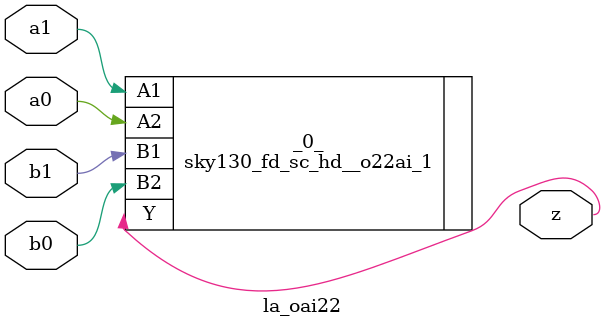
<source format=v>
/* Generated by Yosys 0.37 (git sha1 a5c7f69ed, clang 14.0.0-1ubuntu1.1 -fPIC -Os) */

module la_oai22(a0, a1, b0, b1, z);
  input a0;
  wire a0;
  input a1;
  wire a1;
  input b0;
  wire b0;
  input b1;
  wire b1;
  output z;
  wire z;
  sky130_fd_sc_hd__o22ai_1 _0_ (
    .A1(a1),
    .A2(a0),
    .B1(b1),
    .B2(b0),
    .Y(z)
  );
endmodule

</source>
